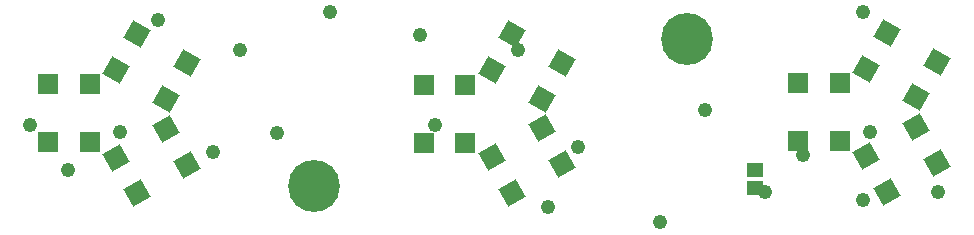
<source format=gts>
%FSLAX25Y25*%
%MOIN*%
G70*
G01*
G75*
G04 Layer_Color=128*
%ADD10P,0.08352X4X75.0*%
%ADD11P,0.08352X4X195.0*%
%ADD12R,0.05906X0.05906*%
%ADD13R,0.05000X0.04000*%
%ADD14C,0.02500*%
%ADD15C,0.05000*%
%ADD16C,0.16500*%
%ADD17C,0.04000*%
%ADD18R,0.08000X0.05000*%
%ADD19R,0.12205X0.17716*%
%ADD20C,0.01000*%
%ADD21C,0.01200*%
%ADD22P,0.06937X4X75.0*%
%ADD23P,0.06937X4X195.0*%
%ADD24R,0.04906X0.04906*%
%ADD25R,0.04000X0.03000*%
%ADD26R,0.07000X0.04000*%
%ADD27R,0.11205X0.16716*%
%ADD28P,0.09483X4X75.0*%
%ADD29P,0.09483X4X195.0*%
%ADD30R,0.06706X0.06706*%
%ADD31R,0.05800X0.04800*%
%ADD32C,0.17300*%
%ADD33C,0.04800*%
D28*
X1161092Y984498D02*
D03*
X1036202Y984144D02*
D03*
X1059798Y981856D02*
D03*
X1052909Y993789D02*
D03*
X1043091Y972211D02*
D03*
X927798Y993644D02*
D03*
X911092Y983998D02*
D03*
X917981Y972065D02*
D03*
X1184688Y982210D02*
D03*
X1177798Y994144D02*
D03*
X1167981Y972565D02*
D03*
X934688Y981710D02*
D03*
D29*
X1177798Y1004065D02*
D03*
X1059798Y1015644D02*
D03*
X1052909Y1003710D02*
D03*
X1043091Y1025290D02*
D03*
X1036202Y1013356D02*
D03*
X917981Y1025144D02*
D03*
X911092Y1013210D02*
D03*
X927798Y1003565D02*
D03*
X934688Y1015498D02*
D03*
X1167981Y1025644D02*
D03*
X1161092Y1013710D02*
D03*
X1184688Y1015998D02*
D03*
D30*
X1152280Y1009000D02*
D03*
X1013610Y1008146D02*
D03*
X1027390D02*
D03*
X1013610Y988854D02*
D03*
X1027390D02*
D03*
X888500Y989209D02*
D03*
X902280D02*
D03*
Y1008500D02*
D03*
X888500D02*
D03*
X1138500Y989709D02*
D03*
X1152280D02*
D03*
X1138500Y1009000D02*
D03*
D31*
X1124000Y980000D02*
D03*
Y974000D02*
D03*
D32*
X1101500Y1023500D02*
D03*
X977000Y974500D02*
D03*
D33*
X1092500Y962500D02*
D03*
X964835Y992335D02*
D03*
X943254Y985754D02*
D03*
X925000Y1030000D02*
D03*
X882500Y995000D02*
D03*
X1065000Y987500D02*
D03*
X1045000Y1020000D02*
D03*
X1017500Y995000D02*
D03*
X1140000Y985000D02*
D03*
X1185000Y972500D02*
D03*
X1160000Y1032500D02*
D03*
X1162390Y992500D02*
D03*
X912390D02*
D03*
X895000Y980000D02*
D03*
X982500Y1032500D02*
D03*
X952500Y1020000D02*
D03*
X1012500Y1025000D02*
D03*
X1127500Y972500D02*
D03*
X1107500Y1000000D02*
D03*
X1055000Y967500D02*
D03*
X1160000Y970000D02*
D03*
M02*

</source>
